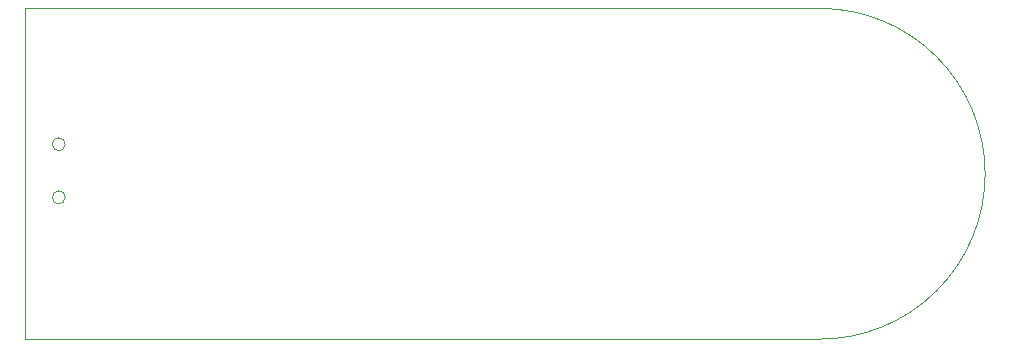
<source format=gbr>
%TF.GenerationSoftware,KiCad,Pcbnew,7.0.1*%
%TF.CreationDate,2023-03-25T16:35:51-05:00*%
%TF.ProjectId,STM32_XTW2_CLONE,53544d33-325f-4585-9457-325f434c4f4e,1.2.1V*%
%TF.SameCoordinates,Original*%
%TF.FileFunction,Profile,NP*%
%FSLAX46Y46*%
G04 Gerber Fmt 4.6, Leading zero omitted, Abs format (unit mm)*
G04 Created by KiCad (PCBNEW 7.0.1) date 2023-03-25 16:35:51*
%MOMM*%
%LPD*%
G01*
G04 APERTURE LIST*
%TA.AperFunction,Profile*%
%ADD10C,0.100000*%
%TD*%
%TA.AperFunction,Profile*%
%ADD11C,0.050000*%
%TD*%
G04 APERTURE END LIST*
D10*
X107777400Y-126100000D02*
X175087400Y-126100000D01*
X107777400Y-126100000D02*
X107777400Y-98100000D01*
X175087400Y-126099999D02*
G75*
G03*
X175087400Y-98100001I13600J13999999D01*
G01*
X175087400Y-98100000D02*
X107777400Y-98100000D01*
D11*
%TO.C,J1*%
X111213900Y-109600000D02*
G75*
G03*
X111213900Y-109600000I-550000J0D01*
G01*
X111213900Y-114100000D02*
G75*
G03*
X111213900Y-114100000I-550000J0D01*
G01*
%TD*%
M02*

</source>
